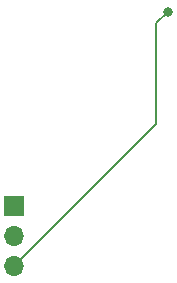
<source format=gbr>
%TF.GenerationSoftware,KiCad,Pcbnew,7.0.2-0*%
%TF.CreationDate,2025-01-08T15:26:18-05:00*%
%TF.ProjectId,plaqchek_electrodes,706c6171-6368-4656-9b5f-656c65637472,rev?*%
%TF.SameCoordinates,Original*%
%TF.FileFunction,Copper,L2,Bot*%
%TF.FilePolarity,Positive*%
%FSLAX46Y46*%
G04 Gerber Fmt 4.6, Leading zero omitted, Abs format (unit mm)*
G04 Created by KiCad (PCBNEW 7.0.2-0) date 2025-01-08 15:26:18*
%MOMM*%
%LPD*%
G01*
G04 APERTURE LIST*
%TA.AperFunction,ComponentPad*%
%ADD10R,1.700000X1.700000*%
%TD*%
%TA.AperFunction,ComponentPad*%
%ADD11O,1.700000X1.700000*%
%TD*%
%TA.AperFunction,ViaPad*%
%ADD12C,0.800000*%
%TD*%
%TA.AperFunction,Conductor*%
%ADD13C,0.200000*%
%TD*%
G04 APERTURE END LIST*
D10*
%TO.P,J1,1,Pin_1*%
%TO.N,/WORKING_ELEC*%
X144000000Y-101475000D03*
D11*
%TO.P,J1,2,Pin_2*%
%TO.N,/REF_ELEC*%
X144000000Y-104015000D03*
%TO.P,J1,3,Pin_3*%
%TO.N,/COUNTER_ELEC*%
X144000000Y-106555000D03*
%TD*%
D12*
%TO.N,/COUNTER_ELEC*%
X157000000Y-85000000D03*
%TD*%
D13*
%TO.N,/COUNTER_ELEC*%
X144000000Y-106555000D02*
X156000000Y-94555000D01*
X156000000Y-94555000D02*
X156000000Y-86000000D01*
X156000000Y-86000000D02*
X157000000Y-85000000D01*
%TD*%
M02*

</source>
